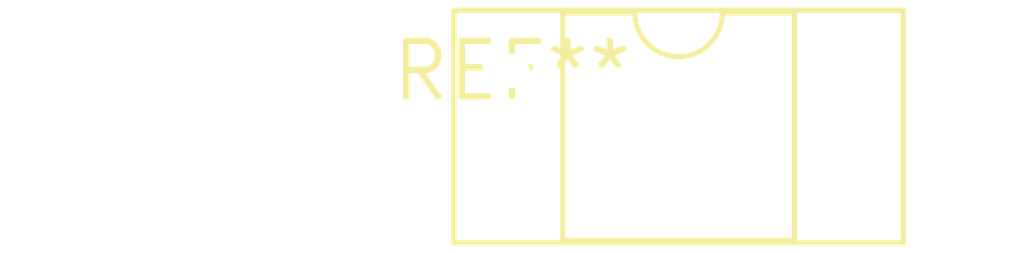
<source format=kicad_pcb>
(kicad_pcb (version 20240108) (generator pcbnew)
  (layers (0 "F.Cu" signal) (31 "B.Cu" signal) (34 "B.Paste" user) (35 "F.Paste" user) (36 "B.SilkS" user "B.Silkscreen") (37 "F.SilkS" user "F.Silkscreen") (38 "B.Mask" user) (39 "F.Mask" user) (44 "Edge.Cuts" user))
  (net 0 "")
  (footprint "DIP-4_W7.62mm_Socket" (layer "F.Cu") (at 0 0)
    (property "Reference" "REF**")
    (property "Value" "DIP-4_W7.62mm_Socket")
    (fp_line (start -1.33 -1.39) (end -1.33 3.93) (layer "F.SilkS") (stroke (width 0.12)))
    (fp_line (start -1.33 3.93) (end 8.95 3.93) (layer "F.SilkS") (stroke (width 0.12)))
    (fp_line (start 1.16 -1.33) (end 1.16 3.87) (layer "F.SilkS") (stroke (width 0.12)))
    (fp_line (start 1.16 3.87) (end 6.46 3.87) (layer "F.SilkS") (stroke (width 0.12)))
    (fp_line (start 2.81 -1.33) (end 1.16 -1.33) (layer "F.SilkS") (stroke (width 0.12)))
    (fp_line (start 6.46 -1.33) (end 4.81 -1.33) (layer "F.SilkS") (stroke (width 0.12)))
    (fp_line (start 6.46 3.87) (end 6.46 -1.33) (layer "F.SilkS") (stroke (width 0.12)))
    (fp_line (start 8.95 -1.39) (end -1.33 -1.39) (layer "F.SilkS") (stroke (width 0.12)))
    (fp_line (start 8.95 3.93) (end 8.95 -1.39) (layer "F.SilkS") (stroke (width 0.12)))
    (fp_arc (start 4.81 -1.33) (mid 3.81 -0.33) (end 2.81 -1.33) (layer "F.SilkS") (stroke (width 0.12)))
    (pad "1" thru_hole rect (at 0 0) (size 1.6 1.6) (drill 0.8) (layers *.Cu *.Mask) (remove_unused_layers))
    (pad "2" thru_hole oval (at 0 2.54) (size 1.6 1.6) (drill 0.8) (layers *.Cu *.Mask) (remove_unused_layers))
    (pad "3" thru_hole oval (at 7.62 2.54) (size 1.6 1.6) (drill 0.8) (layers *.Cu *.Mask) (remove_unused_layers))
    (pad "4" thru_hole oval (at 7.62 0) (size 1.6 1.6) (drill 0.8) (layers *.Cu *.Mask) (remove_unused_layers))
  )
)
</source>
